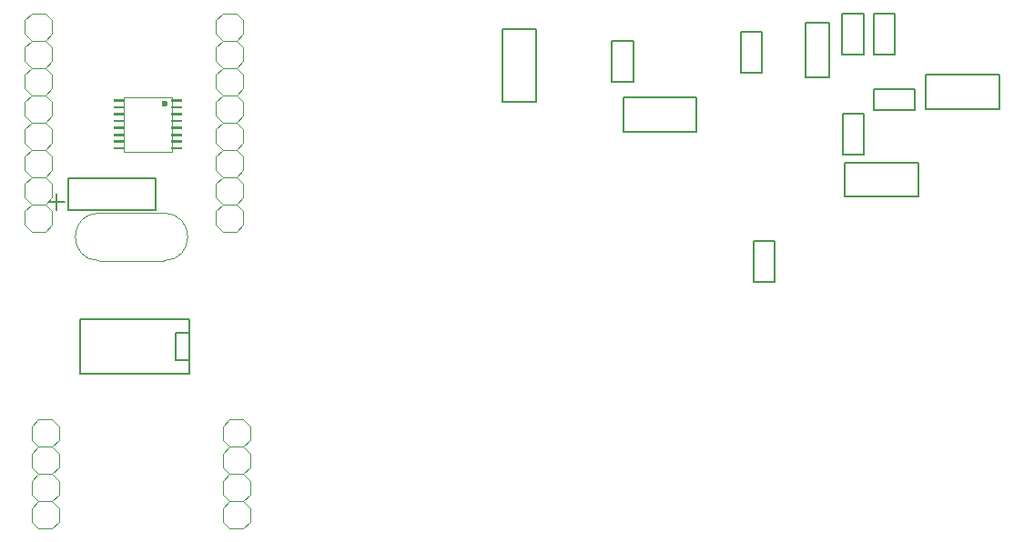
<source format=gbr>
%FSLAX32Y32*%
%MOMM*%
%LNBESTUECKUNG2*%
G71*
G01*
%ADD10C, 0.15*%
%ADD11C, 0.10*%
%ADD12C, 0.60*%
%LPD*%
G54D10*
X4903Y4779D02*
X4583Y4779D01*
X4583Y4099D01*
X4903Y4099D01*
X4903Y4779D01*
G54D10*
X5801Y4668D02*
X5601Y4668D01*
X5601Y4288D01*
X5801Y4288D01*
X5801Y4668D01*
G54D10*
X7000Y4748D02*
X6800Y4748D01*
X6800Y4368D01*
X7000Y4368D01*
X7000Y4748D01*
G54D10*
X7623Y4832D02*
X7403Y4832D01*
X7403Y4332D01*
X7623Y4332D01*
X7623Y4832D01*
G54D10*
X7119Y2803D02*
X6919Y2803D01*
X6919Y2423D01*
X7119Y2423D01*
X7119Y2803D01*
G54D10*
X5713Y4139D02*
X5713Y3819D01*
X6393Y3819D01*
X6393Y4139D01*
X5713Y4139D01*
G54D10*
X8422Y4021D02*
X8422Y4221D01*
X8042Y4221D01*
X8042Y4021D01*
X8422Y4021D01*
G54D10*
X8525Y4032D02*
X8525Y4352D01*
X9205Y4352D01*
X9205Y4032D01*
X8525Y4032D01*
G54D10*
X7771Y3216D02*
X7771Y3536D01*
X8451Y3536D01*
X8451Y3216D01*
X7771Y3216D01*
G54D10*
X7944Y4923D02*
X7744Y4923D01*
X7744Y4543D01*
X7944Y4543D01*
X7944Y4923D01*
G54D10*
X8237Y4923D02*
X8037Y4923D01*
X8037Y4543D01*
X8237Y4543D01*
X8237Y4923D01*
G54D10*
X7750Y3606D02*
X7950Y3606D01*
X7950Y3986D01*
X7750Y3986D01*
X7750Y3606D01*
G36*
X1507Y4102D02*
X1607Y4102D01*
X1607Y4124D01*
X1507Y4124D01*
X1507Y4102D01*
G37*
G36*
X1507Y4038D02*
X1607Y4038D01*
X1607Y4060D01*
X1507Y4060D01*
X1507Y4038D01*
G37*
G36*
X1507Y3974D02*
X1607Y3974D01*
X1607Y3996D01*
X1507Y3996D01*
X1507Y3974D01*
G37*
G36*
X1507Y3910D02*
X1607Y3910D01*
X1607Y3932D01*
X1507Y3932D01*
X1507Y3910D01*
G37*
G36*
X1507Y3846D02*
X1607Y3846D01*
X1607Y3868D01*
X1507Y3868D01*
X1507Y3846D01*
G37*
G36*
X1507Y3782D02*
X1607Y3782D01*
X1607Y3804D01*
X1507Y3804D01*
X1507Y3782D01*
G37*
G36*
X967Y4102D02*
X1067Y4102D01*
X1067Y4124D01*
X967Y4124D01*
X967Y4102D01*
G37*
G36*
X967Y4038D02*
X1067Y4038D01*
X1067Y4060D01*
X967Y4060D01*
X967Y4038D01*
G37*
G36*
X967Y3974D02*
X1067Y3974D01*
X1067Y3996D01*
X967Y3996D01*
X967Y3974D01*
G37*
G36*
X967Y3910D02*
X1067Y3910D01*
X1067Y3932D01*
X967Y3932D01*
X967Y3910D01*
G37*
G36*
X967Y3846D02*
X1067Y3846D01*
X1067Y3868D01*
X967Y3868D01*
X967Y3846D01*
G37*
G36*
X967Y3782D02*
X1067Y3782D01*
X1067Y3804D01*
X967Y3804D01*
X967Y3782D01*
G37*
G54D11*
X1509Y4145D02*
X1065Y4145D01*
X1065Y3637D01*
X1509Y3637D01*
X1509Y4145D01*
X1445Y4081D02*
G54D12*
D03*
G36*
X1507Y3656D02*
X1607Y3656D01*
X1607Y3678D01*
X1507Y3678D01*
X1507Y3656D01*
G37*
G36*
X1507Y3720D02*
X1607Y3720D01*
X1607Y3742D01*
X1507Y3742D01*
X1507Y3720D01*
G37*
G36*
X967Y3656D02*
X1067Y3656D01*
X1067Y3678D01*
X967Y3678D01*
X967Y3656D01*
G37*
G36*
X967Y3720D02*
X1067Y3720D01*
X1067Y3742D01*
X967Y3742D01*
X967Y3720D01*
G37*
G54D11*
X2113Y4923D02*
X2176Y4860D01*
X2176Y4732D01*
X2113Y4669D01*
X1985Y4669D01*
X1922Y4732D01*
X1922Y4860D01*
X1985Y4923D01*
X2113Y4923D01*
G54D11*
X2113Y4669D02*
X2176Y4606D01*
X2176Y4478D01*
X2113Y4415D01*
X1985Y4415D01*
X1922Y4478D01*
X1922Y4606D01*
X1985Y4669D01*
X2113Y4669D01*
G54D11*
X2113Y4415D02*
X2176Y4352D01*
X2176Y4224D01*
X2113Y4161D01*
X1985Y4161D01*
X1922Y4224D01*
X1922Y4352D01*
X1985Y4415D01*
X2113Y4415D01*
G54D11*
X2113Y4161D02*
X2176Y4098D01*
X2176Y3970D01*
X2113Y3907D01*
X1985Y3907D01*
X1922Y3970D01*
X1922Y4098D01*
X1985Y4161D01*
X2113Y4161D01*
G54D11*
X2113Y3907D02*
X2176Y3844D01*
X2176Y3716D01*
X2113Y3653D01*
X1985Y3653D01*
X1922Y3716D01*
X1922Y3844D01*
X1985Y3907D01*
X2113Y3907D01*
G54D11*
X2113Y3653D02*
X2176Y3590D01*
X2176Y3462D01*
X2113Y3399D01*
X1985Y3399D01*
X1922Y3462D01*
X1922Y3590D01*
X1985Y3653D01*
X2113Y3653D01*
G54D11*
X2113Y3399D02*
X2176Y3336D01*
X2176Y3208D01*
X2113Y3145D01*
X1985Y3145D01*
X1922Y3208D01*
X1922Y3336D01*
X1985Y3399D01*
X2113Y3399D01*
G54D11*
X2113Y3145D02*
X2176Y3082D01*
X2176Y2954D01*
X2113Y2891D01*
X1985Y2891D01*
X1922Y2954D01*
X1922Y3082D01*
X1985Y3145D01*
X2113Y3145D01*
G54D11*
X335Y4923D02*
X398Y4860D01*
X398Y4732D01*
X335Y4669D01*
X207Y4669D01*
X144Y4732D01*
X144Y4860D01*
X207Y4923D01*
X335Y4923D01*
G54D11*
X335Y4669D02*
X398Y4606D01*
X398Y4478D01*
X335Y4415D01*
X207Y4415D01*
X144Y4478D01*
X144Y4606D01*
X207Y4669D01*
X335Y4669D01*
G54D11*
X335Y4415D02*
X398Y4352D01*
X398Y4224D01*
X335Y4161D01*
X207Y4161D01*
X144Y4224D01*
X144Y4352D01*
X207Y4415D01*
X335Y4415D01*
G54D11*
X335Y4161D02*
X398Y4098D01*
X398Y3970D01*
X335Y3907D01*
X207Y3907D01*
X144Y3970D01*
X144Y4098D01*
X207Y4161D01*
X335Y4161D01*
G54D11*
X335Y3907D02*
X398Y3844D01*
X398Y3716D01*
X335Y3653D01*
X207Y3653D01*
X144Y3716D01*
X144Y3844D01*
X207Y3907D01*
X335Y3907D01*
G54D11*
X335Y3653D02*
X398Y3590D01*
X398Y3462D01*
X335Y3399D01*
X207Y3399D01*
X144Y3462D01*
X144Y3590D01*
X207Y3653D01*
X335Y3653D01*
G54D11*
X335Y3399D02*
X398Y3336D01*
X398Y3208D01*
X335Y3145D01*
X207Y3145D01*
X144Y3208D01*
X144Y3336D01*
X207Y3399D01*
X335Y3399D01*
G54D11*
X335Y3145D02*
X398Y3082D01*
X398Y2954D01*
X335Y2891D01*
X207Y2891D01*
X144Y2954D01*
X144Y3082D01*
X207Y3145D01*
X335Y3145D01*
G54D11*
X2176Y1143D02*
X2240Y1080D01*
X2240Y952D01*
X2176Y889D01*
X2048Y889D01*
X1986Y952D01*
X1986Y1080D01*
X2048Y1143D01*
X2176Y1143D01*
G54D11*
X2176Y889D02*
X2240Y826D01*
X2240Y698D01*
X2176Y635D01*
X2048Y635D01*
X1986Y698D01*
X1986Y826D01*
X2048Y889D01*
X2176Y889D01*
G54D11*
X2176Y635D02*
X2240Y572D01*
X2240Y444D01*
X2176Y381D01*
X2048Y381D01*
X1986Y444D01*
X1986Y572D01*
X2048Y635D01*
X2176Y635D01*
G54D11*
X2176Y381D02*
X2240Y318D01*
X2240Y190D01*
X2176Y127D01*
X2048Y127D01*
X1986Y190D01*
X1986Y318D01*
X2048Y381D01*
X2176Y381D01*
G54D11*
X398Y1143D02*
X462Y1080D01*
X462Y952D01*
X398Y889D01*
X270Y889D01*
X208Y952D01*
X208Y1080D01*
X270Y1143D01*
X398Y1143D01*
G54D11*
X398Y889D02*
X462Y826D01*
X462Y698D01*
X398Y635D01*
X270Y635D01*
X208Y698D01*
X208Y826D01*
X270Y889D01*
X398Y889D01*
G54D11*
X398Y635D02*
X462Y572D01*
X462Y444D01*
X398Y381D01*
X270Y381D01*
X208Y444D01*
X208Y572D01*
X270Y635D01*
X398Y635D01*
G54D11*
X398Y381D02*
X462Y318D01*
X462Y190D01*
X398Y127D01*
X270Y127D01*
X208Y190D01*
X208Y318D01*
X270Y381D01*
X398Y381D01*
G54D11*
X833Y3065D02*
X1436Y3065D01*
G54D11*
X834Y2621D02*
X1437Y2621D01*
G54D11*
G75*
G01X835Y3065D02*
G03X835Y2621I0J-222D01*
G01*
G54D11*
G75*
G01X1436Y2621D02*
G03X1436Y3065I0J222D01*
G01*
G54D10*
X546Y3392D02*
X546Y3092D01*
X1364Y3092D01*
X1364Y3392D01*
X546Y3392D01*
G54D10*
X437Y3090D02*
X437Y3242D01*
G54D10*
X361Y3166D02*
X513Y3166D01*
G54D10*
X1677Y2072D02*
X1677Y1564D01*
X661Y1564D01*
X661Y2072D01*
X1677Y2072D01*
G54D10*
X1677Y1945D02*
X1677Y1691D01*
X1550Y1691D01*
X1550Y1945D01*
X1677Y1945D01*
M02*

</source>
